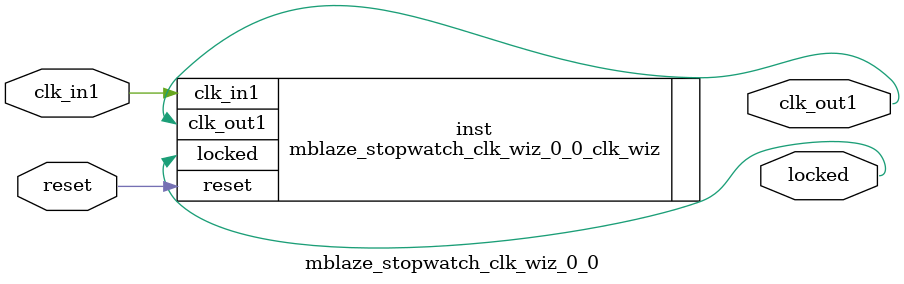
<source format=v>


`timescale 1ps/1ps

(* CORE_GENERATION_INFO = "mblaze_stopwatch_clk_wiz_0_0,clk_wiz_v6_0_4_0_0,{component_name=mblaze_stopwatch_clk_wiz_0_0,use_phase_alignment=true,use_min_o_jitter=false,use_max_i_jitter=false,use_dyn_phase_shift=false,use_inclk_switchover=false,use_dyn_reconfig=false,enable_axi=0,feedback_source=FDBK_AUTO,PRIMITIVE=MMCM,num_out_clk=1,clkin1_period=10.000,clkin2_period=10.000,use_power_down=false,use_reset=true,use_locked=true,use_inclk_stopped=false,feedback_type=SINGLE,CLOCK_MGR_TYPE=NA,manual_override=false}" *)

module mblaze_stopwatch_clk_wiz_0_0 
 (
  // Clock out ports
  output        clk_out1,
  // Status and control signals
  input         reset,
  output        locked,
 // Clock in ports
  input         clk_in1
 );

  mblaze_stopwatch_clk_wiz_0_0_clk_wiz inst
  (
  // Clock out ports  
  .clk_out1(clk_out1),
  // Status and control signals               
  .reset(reset), 
  .locked(locked),
 // Clock in ports
  .clk_in1(clk_in1)
  );

endmodule

</source>
